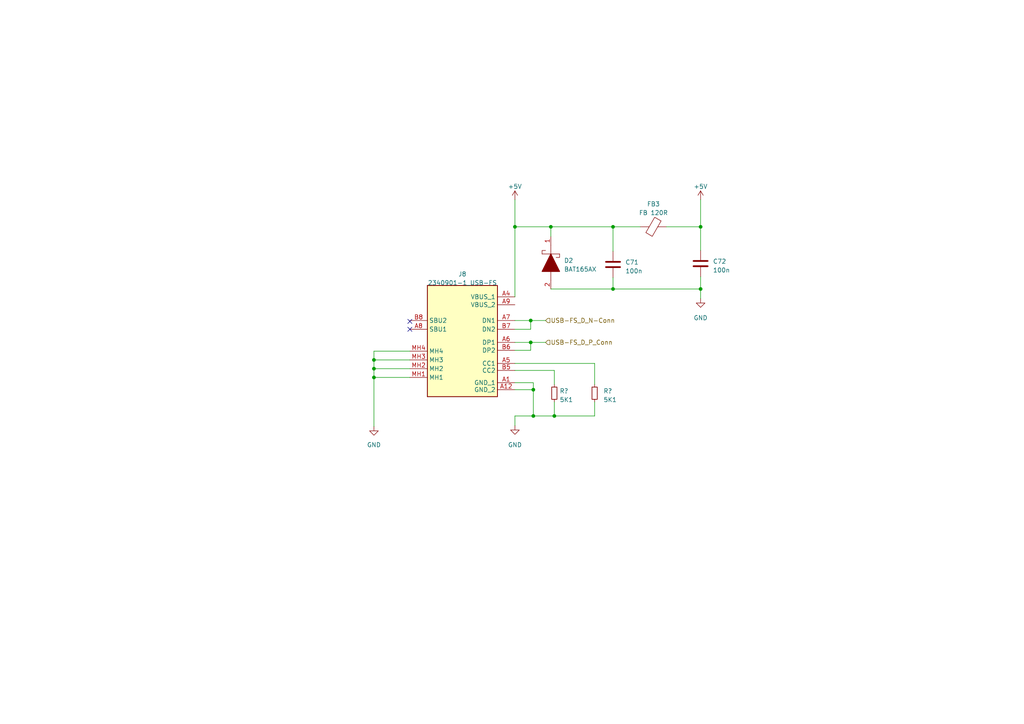
<source format=kicad_sch>
(kicad_sch (version 20230121) (generator eeschema)
  (paper "A4")
  (lib_symbols
    (symbol "Device:C" (pin_numbers hide) (pin_names (offset 0.254))
      (property "Reference" "C" (at 0.635 2.54 0))
      (property "Value" "C" (at 0.635 -2.54 0))
      (symbol "C_0_1"
        (polyline (pts (xy -2.032 -0.762) (xy 2.032 -0.762)) (stroke (width 0.508)))
        (polyline (pts (xy -2.032 0.762) (xy 2.032 0.762)) (stroke (width 0.508)))
      )
      (symbol "C_1_1"
        (pin passive line (at 0 3.81 270) (length 2.794) (name "~") (number "1"))
        (pin passive line (at 0 -3.81 90) (length 2.794) (name "~") (number "2"))
      )
    )
    (symbol "Device:FerriteBead" (pin_numbers hide) (pin_names (offset 0))
      (property "Reference" "FB" (at -3.81 0.635 90))
      (property "Value" "FerriteBead" (at 3.81 0 90))
      (symbol "FerriteBead_0_1"
        (polyline (pts (xy 0 -1.27) (xy 0 -1.2192)))
        (polyline (pts (xy 0 1.27) (xy 0 1.2954)))
        (polyline (pts (xy -2.7686 0.4064) (xy -1.7018 2.2606) (xy 2.7686 -0.3048) (xy 1.6764 -2.159) (xy -2.7686 0.4064)))
      )
      (symbol "FerriteBead_1_1"
        (pin passive line (at 0 3.81 270) (length 2.54) (name "~") (number "1"))
        (pin passive line (at 0 -3.81 90) (length 2.54) (name "~") (number "2"))
      )
    )
    (symbol "Device:R_Small" (pin_numbers hide) (pin_names (offset 0.254) hide)
      (property "Reference" "R" (at 0.762 0.508 0))
      (property "Value" "R_Small" (at 0.762 -1.016 0))
      (symbol "R_Small_0_1"
        (rectangle (start -0.762 1.778) (end 0.762 -1.778) (stroke (width 0.2032)))
      )
      (symbol "R_Small_1_1"
        (pin passive line (at 0 2.54 270) (length 0.762) (name "~") (number "1"))
        (pin passive line (at 0 -2.54 90) (length 0.762) (name "~") (number "2"))
      )
    )
    (symbol "Fermion_1:2340901-1_USB-FS"
      (property "Reference" "J" (at 5.08 13.716 0))
      (property "Value" "2340901-1_USB-FS" (at 5.08 -21.082 0))
      (symbol "2340901-1_USB-FS_1_1"
        (rectangle (start 5.08 11.938) (end 25.4 -20.32) (stroke (width 0.254)) (fill (type background)))
        (pin passive line (at 30.48 -16.256 180) (length 5.08) (name "GND_1") (number "A1"))
        (pin passive line (at 30.48 -18.288 180) (length 5.08) (name "GND_2") (number "A12"))
        (pin passive line (at 30.48 8.636 180) (length 5.08) (name "VBUS_1") (number "A4"))
        (pin passive line (at 30.48 -10.668 180) (length 5.08) (name "CC1") (number "A5"))
        (pin passive line (at 30.48 -4.572 180) (length 5.08) (name "DP1") (number "A6"))
        (pin passive line (at 30.48 1.778 180) (length 5.08) (name "DN1") (number "A7"))
        (pin passive line (at 0 -0.762 0) (length 5.08) (name "SBU1") (number "A8"))
        (pin passive line (at 30.48 6.35 180) (length 5.08) (name "VBUS_2") (number "A9"))
        (pin passive line (at 30.48 -12.7 180) (length 5.08) (name "CC2") (number "B5"))
        (pin passive line (at 30.48 -6.858 180) (length 5.08) (name "DP2") (number "B6"))
        (pin passive line (at 30.48 -0.762 180) (length 5.08) (name "DN2") (number "B7"))
        (pin passive line (at 0 1.778 0) (length 5.08) (name "SBU2") (number "B8"))
        (pin passive line (at 0 -14.732 0) (length 5.08) (name "MH1") (number "MH1"))
        (pin passive line (at 0 -12.192 0) (length 5.08) (name "MH2") (number "MH2"))
        (pin passive line (at 0 -9.652 0) (length 5.08) (name "MH3") (number "MH3"))
        (pin passive line (at 0 -7.112 0) (length 5.08) (name "MH4") (number "MH4"))
      )
    )
    (symbol "Fermion_1:BAT165AX" (pin_names (offset 0.762))
      (property "Reference" "D" (at 12.7 8.89 0))
      (property "Value" "BAT165AX" (at 12.7 6.35 0))
      (symbol "BAT165AX_0_0"
        (pin passive line (at 2.54 0 0) (length 2.54) (name "~") (number "1"))
        (pin passive line (at 17.78 0 180) (length 2.54) (name "~") (number "2"))
      )
      (symbol "BAT165AX_0_1"
        (polyline (pts (xy 5.08 0) (xy 7.62 0)) (stroke (width 0.1524)))
        (polyline (pts (xy 7.62 2.54) (xy 7.62 -2.54)) (stroke (width 0.1524)))
        (polyline (pts (xy 12.7 0) (xy 15.24 0)) (stroke (width 0.1524)))
        (polyline (pts (xy 7.62 -2.54) (xy 6.604 -2.54) (xy 6.604 -1.524)) (stroke (width 0.1524)))
        (polyline (pts (xy 7.62 2.54) (xy 8.636 2.54) (xy 8.636 1.524)) (stroke (width 0.1524)))
        (polyline (pts (xy 7.62 0) (xy 12.7 2.54) (xy 12.7 -2.54) (xy 7.62 0)) (stroke (width 0.254)) (fill (type outline)))
      )
    )
    (symbol "power:+5V" (power) (pin_names (offset 0))
      (property "Value" "+5V" (at 0 3.556 0))
      (symbol "+5V_0_1"
        (polyline (pts (xy -0.762 1.27) (xy 0 2.54)))
        (polyline (pts (xy 0 0) (xy 0 2.54)))
        (polyline (pts (xy 0 2.54) (xy 0.762 1.27)))
      )
      (symbol "+5V_1_1"
        (pin power_in line (at 0 0 90) (length 0) hide (name "+5V") (number "1"))
      )
    )
    (symbol "power:GND" (power) (pin_names (offset 0))
      (property "Value" "GND" (at 0 -3.81 0))
      (symbol "GND_0_1"
        (polyline (pts (xy 0 0) (xy 0 -1.27) (xy 1.27 -1.27) (xy 0 -2.54) (xy -1.27 -1.27) (xy 0 -1.27)))
      )
      (symbol "GND_1_1"
        (pin power_in line (at 0 0 270) (length 0) hide (name "GND") (number "1"))
      )
    )
  )
  (junction (at 203.2 65.786))
  (junction (at 177.8 65.786))
  (junction (at 203.2 83.82))
  (junction (at 108.458 104.394))
  (junction (at 149.352 65.786))
  (junction (at 153.924 99.314))
  (junction (at 154.686 113.03))
  (junction (at 108.458 106.934))
  (junction (at 154.686 120.65))
  (junction (at 108.458 109.474))
  (junction (at 159.766 65.786))
  (junction (at 160.782 120.65))
  (junction (at 153.924 92.964))
  (junction (at 177.8 83.82))
  (no_connect (at 118.872 93.218))
  (no_connect (at 118.872 95.504))
  (wire (pts (xy 160.782 107.442) (xy 160.782 111.506)))
  (wire (pts (xy 154.686 113.03) (xy 154.686 120.65)))
  (wire (pts (xy 172.466 120.65) (xy 160.782 120.65)))
  (wire (pts (xy 118.872 101.854) (xy 108.458 101.854)))
  (wire (pts (xy 149.352 101.6) (xy 153.924 101.6)))
  (wire (pts (xy 203.2 83.82) (xy 203.2 86.614)))
  (wire (pts (xy 160.782 116.586) (xy 160.782 120.65)))
  (wire (pts (xy 153.924 99.314) (xy 158.242 99.314)))
  (wire (pts (xy 203.2 65.786) (xy 203.2 72.644)))
  (wire (pts (xy 149.352 57.912) (xy 149.352 65.786)))
  (wire (pts (xy 177.8 65.786) (xy 177.8 72.898)))
  (wire (pts (xy 172.466 116.586) (xy 172.466 120.65)))
  (wire (pts (xy 149.352 65.786) (xy 159.766 65.786)))
  (wire (pts (xy 177.8 80.518) (xy 177.8 83.82)))
  (wire (pts (xy 108.458 101.854) (xy 108.458 104.394)))
  (wire (pts (xy 203.2 80.264) (xy 203.2 83.82)))
  (wire (pts (xy 108.458 104.394) (xy 108.458 106.934)))
  (wire (pts (xy 149.352 86.106) (xy 149.352 65.786)))
  (wire (pts (xy 108.458 106.934) (xy 118.872 106.934)))
  (wire (pts (xy 118.872 109.474) (xy 108.458 109.474)))
  (wire (pts (xy 154.686 110.998) (xy 154.686 113.03)))
  (wire (pts (xy 154.686 120.65) (xy 149.352 120.65)))
  (wire (pts (xy 159.766 65.786) (xy 177.8 65.786)))
  (wire (pts (xy 159.766 83.82) (xy 177.8 83.82)))
  (wire (pts (xy 108.458 109.474) (xy 108.458 123.698)))
  (wire (pts (xy 177.8 83.82) (xy 203.2 83.82)))
  (wire (pts (xy 149.352 99.314) (xy 153.924 99.314)))
  (wire (pts (xy 203.2 57.912) (xy 203.2 65.786)))
  (wire (pts (xy 177.8 65.786) (xy 185.674 65.786)))
  (wire (pts (xy 149.352 92.964) (xy 153.924 92.964)))
  (wire (pts (xy 153.924 92.964) (xy 158.242 92.964)))
  (wire (pts (xy 193.294 65.786) (xy 203.2 65.786)))
  (wire (pts (xy 153.924 101.6) (xy 153.924 99.314)))
  (wire (pts (xy 159.766 65.786) (xy 159.766 68.58)))
  (wire (pts (xy 149.352 105.41) (xy 172.466 105.41)))
  (wire (pts (xy 118.872 104.394) (xy 108.458 104.394)))
  (wire (pts (xy 149.352 120.65) (xy 149.352 123.444)))
  (wire (pts (xy 149.352 107.442) (xy 160.782 107.442)))
  (wire (pts (xy 108.458 106.934) (xy 108.458 109.474)))
  (wire (pts (xy 149.352 113.03) (xy 154.686 113.03)))
  (wire (pts (xy 153.924 95.504) (xy 153.924 92.964)))
  (wire (pts (xy 160.782 120.65) (xy 154.686 120.65)))
  (wire (pts (xy 149.352 110.998) (xy 154.686 110.998)))
  (wire (pts (xy 149.352 95.504) (xy 153.924 95.504)))
  (wire (pts (xy 172.466 105.41) (xy 172.466 111.506)))
  (hierarchical_label "USB-FS_D_P_Conn" (shape input) (at 158.242 99.314 0))
  (hierarchical_label "USB-FS_D_N-Conn" (shape input) (at 158.242 92.964 0))
  (symbol (lib_id "power:GND") (at 108.458 123.698 0) (unit 1)
    (property "Reference" "#PWR033" (effects hide))
    (property "Value" "GND" (at 108.458 129.032 0))
  )
  (symbol (lib_id "Device:R_Small") (at 160.782 114.046 180) (unit 1)
    (property "Reference" "R?" (at 162.306 113.411 0) (effects (justify right)))
    (property "Value" "5K1" (at 162.306 115.951 0) (effects (justify right)))
    (property "Footprint" "Fermion_1:RES0402" (effects hide))
    (instances (project "EMG_2" (path "" (reference "R?") (unit 1)) (path "" (reference "R?") (unit 1)) (path "" (reference "R138") (unit 1))))
  )
  (symbol (lib_id "Device:R_Small") (at 172.466 114.046 180) (unit 1)
    (property "Reference" "R?" (at 175.006 113.411 0) (effects (justify right)))
    (property "Value" "5K1" (at 175.006 115.951 0) (effects (justify right)))
    (property "Footprint" "Fermion_1:RES0402" (effects hide))
    (instances (project "EMG_2" (path "" (reference "R?") (unit 1)) (path "" (reference "R?") (unit 1)) (path "" (reference "R139") (unit 1))))
  )
  (symbol (lib_id "Fermion_1:2340901-1_USB-FS") (at 118.872 94.742 0) (unit 1)
    (property "Reference" "J8" (at 134.112 79.502 0))
    (property "Value" "2340901-1_USB-FS" (at 134.112 82.042 0))
    (property "Footprint" "Fermion_1:23409011_USB-FS" (effects hide))
    (property "Datasheet" "https://www.te.com/commerce/DocumentDelivery/DDEController?Action=showdoc&DocId=Customer+Drawing%7F2340901%7FA%7Fpdf%7FEnglish%7FENG_CD_2340901_A.pdf%7F2340901-1" (effects hide))
    (property "Height" "3.36" (effects hide))
    (property "Manufacturer_Name" "TE Connectivity" (effects hide))
    (property "Manufacturer_Part_Number" "2340901-1" (effects hide))
  )
  (symbol (lib_id "power:GND") (at 203.2 86.614 0) (unit 1)
    (property "Reference" "#PWR031" (effects hide))
    (property "Value" "GND" (at 203.2 92.202 0))
  )
  (symbol (lib_id "Fermion_1:BAT165AX") (at 159.766 66.04 270) (unit 1)
    (property "Reference" "D2" (at 163.576 75.565 90) (effects (justify left)))
    (property "Value" "BAT165AX" (at 163.576 78.105 90) (effects (justify left)))
    (property "Footprint" "Fermion_1:BAT165AX" (effects hide))
    (property "Datasheet" "https://assets.nexperia.com/documents/data-sheet/BAT165A.pdf" (effects hide))
    (property "Description" "40V, 0.75A medium power Schottky barrier rectifier" (effects hide))
    (property "Height" "1.1" (effects hide))
    (property "Mouser Part Number" "771-BAT165AX" (effects hide))
    (property "Mouser Price/Stock" "https://www.mouser.co.uk/ProductDetail/Nexperia/BAT165AX?qs=1fQ7IOp4WriMQ9TlJoQ5jw%3D%3D" (effects hide))
    (property "Manufacturer_Name" "Nexperia" (effects hide))
    (property "Manufacturer_Part_Number" "BAT165AX" (effects hide))
  )
  (symbol (lib_id "Device:C") (at 177.8 76.708 0) (unit 1)
    (property "Reference" "C71" (at 181.356 76.073 0) (effects (justify left)))
    (property "Value" "100n" (at 181.356 78.613 0) (effects (justify left)))
    (property "Footprint" "Capacitor_SMD:C_0402_1005Metric" (effects hide))
  )
  (symbol (lib_id "Device:C") (at 203.2 76.454 0) (unit 1)
    (property "Reference" "C72" (at 206.756 75.819 0) (effects (justify left)))
    (property "Value" "100n" (at 206.756 78.359 0) (effects (justify left)))
    (property "Footprint" "Capacitor_SMD:C_0402_1005Metric" (effects hide))
  )
  (symbol (lib_id "Device:FerriteBead") (at 189.484 65.786 270) (unit 1)
    (property "Reference" "FB3" (at 189.5348 59.182 90))
    (property "Value" "FB 120R" (at 189.5348 61.722 90))
    (property "Footprint" "Fermion_1:FBC2012X90N" (effects hide))
  )
  (symbol (lib_id "power:+5V") (at 203.2 57.912 0) (unit 1)
    (property "Reference" "#PWR021" (effects hide))
    (property "Value" "+V_USB_Filt" (at 203.2 54.102 0))
  )
  (symbol (lib_id "power:+5V") (at 149.352 57.912 0) (unit 1)
    (property "Reference" "#PWR020" (effects hide))
    (property "Value" "+V_USB" (at 149.352 54.102 0))
  )
  (symbol (lib_id "power:GND") (at 149.352 123.444 0) (unit 1)
    (property "Reference" "#PWR032" (effects hide))
    (property "Value" "GND" (at 149.352 129.032 0))
  )
)
</source>
